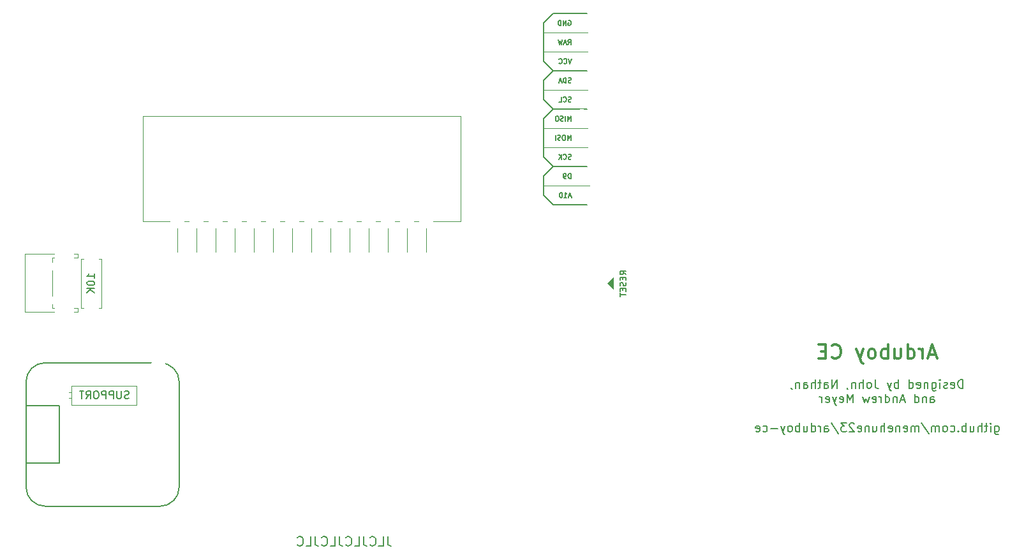
<source format=gbr>
G04 #@! TF.GenerationSoftware,KiCad,Pcbnew,(5.1.9-0-10_14)*
G04 #@! TF.CreationDate,2021-06-07T20:14:56-07:00*
G04 #@! TF.ProjectId,system,73797374-656d-42e6-9b69-6361645f7063,1.0-dev5*
G04 #@! TF.SameCoordinates,Original*
G04 #@! TF.FileFunction,Legend,Bot*
G04 #@! TF.FilePolarity,Positive*
%FSLAX46Y46*%
G04 Gerber Fmt 4.6, Leading zero omitted, Abs format (unit mm)*
G04 Created by KiCad (PCBNEW (5.1.9-0-10_14)) date 2021-06-07 20:14:56*
%MOMM*%
%LPD*%
G01*
G04 APERTURE LIST*
%ADD10C,0.200000*%
%ADD11C,0.317500*%
%ADD12C,0.190500*%
%ADD13C,0.150000*%
%ADD14C,0.100000*%
%ADD15C,0.120000*%
%ADD16C,0.127000*%
%ADD17O,1.801600X1.801600*%
%ADD18C,1.801600*%
%ADD19C,1.851600*%
%ADD20C,2.101600*%
%ADD21C,3.851600*%
%ADD22C,1.401600*%
%ADD23C,0.609600*%
%ADD24C,5.501599*%
%ADD25C,5.501600*%
%ADD26C,1.701600*%
%ADD27O,1.701600X1.701600*%
%ADD28C,1.625600*%
%ADD29C,2.201600*%
G04 APERTURE END LIST*
D10*
X151107238Y-151715476D02*
X151107238Y-152608333D01*
X151166761Y-152786904D01*
X151285809Y-152905952D01*
X151464380Y-152965476D01*
X151583428Y-152965476D01*
X149916761Y-152965476D02*
X150512000Y-152965476D01*
X150512000Y-151715476D01*
X148785809Y-152846428D02*
X148845333Y-152905952D01*
X149023904Y-152965476D01*
X149142952Y-152965476D01*
X149321523Y-152905952D01*
X149440571Y-152786904D01*
X149500095Y-152667857D01*
X149559619Y-152429761D01*
X149559619Y-152251190D01*
X149500095Y-152013095D01*
X149440571Y-151894047D01*
X149321523Y-151775000D01*
X149142952Y-151715476D01*
X149023904Y-151715476D01*
X148845333Y-151775000D01*
X148785809Y-151834523D01*
X147892952Y-151715476D02*
X147892952Y-152608333D01*
X147952476Y-152786904D01*
X148071523Y-152905952D01*
X148250095Y-152965476D01*
X148369142Y-152965476D01*
X146702476Y-152965476D02*
X147297714Y-152965476D01*
X147297714Y-151715476D01*
X145571523Y-152846428D02*
X145631047Y-152905952D01*
X145809619Y-152965476D01*
X145928666Y-152965476D01*
X146107238Y-152905952D01*
X146226285Y-152786904D01*
X146285809Y-152667857D01*
X146345333Y-152429761D01*
X146345333Y-152251190D01*
X146285809Y-152013095D01*
X146226285Y-151894047D01*
X146107238Y-151775000D01*
X145928666Y-151715476D01*
X145809619Y-151715476D01*
X145631047Y-151775000D01*
X145571523Y-151834523D01*
X144678666Y-151715476D02*
X144678666Y-152608333D01*
X144738190Y-152786904D01*
X144857238Y-152905952D01*
X145035809Y-152965476D01*
X145154857Y-152965476D01*
X143488190Y-152965476D02*
X144083428Y-152965476D01*
X144083428Y-151715476D01*
X142357238Y-152846428D02*
X142416761Y-152905952D01*
X142595333Y-152965476D01*
X142714380Y-152965476D01*
X142892952Y-152905952D01*
X143012000Y-152786904D01*
X143071523Y-152667857D01*
X143131047Y-152429761D01*
X143131047Y-152251190D01*
X143071523Y-152013095D01*
X143012000Y-151894047D01*
X142892952Y-151775000D01*
X142714380Y-151715476D01*
X142595333Y-151715476D01*
X142416761Y-151775000D01*
X142357238Y-151834523D01*
X141464380Y-151715476D02*
X141464380Y-152608333D01*
X141523904Y-152786904D01*
X141642952Y-152905952D01*
X141821523Y-152965476D01*
X141940571Y-152965476D01*
X140273904Y-152965476D02*
X140869142Y-152965476D01*
X140869142Y-151715476D01*
X139142952Y-152846428D02*
X139202476Y-152905952D01*
X139381047Y-152965476D01*
X139500095Y-152965476D01*
X139678666Y-152905952D01*
X139797714Y-152786904D01*
X139857238Y-152667857D01*
X139916761Y-152429761D01*
X139916761Y-152251190D01*
X139857238Y-152013095D01*
X139797714Y-151894047D01*
X139678666Y-151775000D01*
X139500095Y-151715476D01*
X139381047Y-151715476D01*
X139202476Y-151775000D01*
X139142952Y-151834523D01*
D11*
X223846571Y-127571500D02*
X222939428Y-127571500D01*
X224028000Y-128115785D02*
X223393000Y-126210785D01*
X222758000Y-128115785D01*
X222123000Y-128115785D02*
X222123000Y-126845785D01*
X222123000Y-127208642D02*
X222032285Y-127027214D01*
X221941571Y-126936500D01*
X221760142Y-126845785D01*
X221578714Y-126845785D01*
X220127285Y-128115785D02*
X220127285Y-126210785D01*
X220127285Y-128025071D02*
X220308714Y-128115785D01*
X220671571Y-128115785D01*
X220853000Y-128025071D01*
X220943714Y-127934357D01*
X221034428Y-127752928D01*
X221034428Y-127208642D01*
X220943714Y-127027214D01*
X220853000Y-126936500D01*
X220671571Y-126845785D01*
X220308714Y-126845785D01*
X220127285Y-126936500D01*
X218403714Y-126845785D02*
X218403714Y-128115785D01*
X219220142Y-126845785D02*
X219220142Y-127843642D01*
X219129428Y-128025071D01*
X218948000Y-128115785D01*
X218675857Y-128115785D01*
X218494428Y-128025071D01*
X218403714Y-127934357D01*
X217496571Y-128115785D02*
X217496571Y-126210785D01*
X217496571Y-126936500D02*
X217315142Y-126845785D01*
X216952285Y-126845785D01*
X216770857Y-126936500D01*
X216680142Y-127027214D01*
X216589428Y-127208642D01*
X216589428Y-127752928D01*
X216680142Y-127934357D01*
X216770857Y-128025071D01*
X216952285Y-128115785D01*
X217315142Y-128115785D01*
X217496571Y-128025071D01*
X215500857Y-128115785D02*
X215682285Y-128025071D01*
X215773000Y-127934357D01*
X215863714Y-127752928D01*
X215863714Y-127208642D01*
X215773000Y-127027214D01*
X215682285Y-126936500D01*
X215500857Y-126845785D01*
X215228714Y-126845785D01*
X215047285Y-126936500D01*
X214956571Y-127027214D01*
X214865857Y-127208642D01*
X214865857Y-127752928D01*
X214956571Y-127934357D01*
X215047285Y-128025071D01*
X215228714Y-128115785D01*
X215500857Y-128115785D01*
X214230857Y-126845785D02*
X213777285Y-128115785D01*
X213323714Y-126845785D02*
X213777285Y-128115785D01*
X213958714Y-128569357D01*
X214049428Y-128660071D01*
X214230857Y-128750785D01*
X210058000Y-127934357D02*
X210148714Y-128025071D01*
X210420857Y-128115785D01*
X210602285Y-128115785D01*
X210874428Y-128025071D01*
X211055857Y-127843642D01*
X211146571Y-127662214D01*
X211237285Y-127299357D01*
X211237285Y-127027214D01*
X211146571Y-126664357D01*
X211055857Y-126482928D01*
X210874428Y-126301500D01*
X210602285Y-126210785D01*
X210420857Y-126210785D01*
X210148714Y-126301500D01*
X210058000Y-126392214D01*
X209241571Y-127117928D02*
X208606571Y-127117928D01*
X208334428Y-128115785D02*
X209241571Y-128115785D01*
X209241571Y-126210785D01*
X208334428Y-126210785D01*
D12*
X227438857Y-132025571D02*
X227438857Y-130882571D01*
X227166714Y-130882571D01*
X227003428Y-130937000D01*
X226894571Y-131045857D01*
X226840142Y-131154714D01*
X226785714Y-131372428D01*
X226785714Y-131535714D01*
X226840142Y-131753428D01*
X226894571Y-131862285D01*
X227003428Y-131971142D01*
X227166714Y-132025571D01*
X227438857Y-132025571D01*
X225860428Y-131971142D02*
X225969285Y-132025571D01*
X226187000Y-132025571D01*
X226295857Y-131971142D01*
X226350285Y-131862285D01*
X226350285Y-131426857D01*
X226295857Y-131318000D01*
X226187000Y-131263571D01*
X225969285Y-131263571D01*
X225860428Y-131318000D01*
X225806000Y-131426857D01*
X225806000Y-131535714D01*
X226350285Y-131644571D01*
X225370571Y-131971142D02*
X225261714Y-132025571D01*
X225044000Y-132025571D01*
X224935142Y-131971142D01*
X224880714Y-131862285D01*
X224880714Y-131807857D01*
X224935142Y-131699000D01*
X225044000Y-131644571D01*
X225207285Y-131644571D01*
X225316142Y-131590142D01*
X225370571Y-131481285D01*
X225370571Y-131426857D01*
X225316142Y-131318000D01*
X225207285Y-131263571D01*
X225044000Y-131263571D01*
X224935142Y-131318000D01*
X224390857Y-132025571D02*
X224390857Y-131263571D01*
X224390857Y-130882571D02*
X224445285Y-130937000D01*
X224390857Y-130991428D01*
X224336428Y-130937000D01*
X224390857Y-130882571D01*
X224390857Y-130991428D01*
X223356714Y-131263571D02*
X223356714Y-132188857D01*
X223411142Y-132297714D01*
X223465571Y-132352142D01*
X223574428Y-132406571D01*
X223737714Y-132406571D01*
X223846571Y-132352142D01*
X223356714Y-131971142D02*
X223465571Y-132025571D01*
X223683285Y-132025571D01*
X223792142Y-131971142D01*
X223846571Y-131916714D01*
X223901000Y-131807857D01*
X223901000Y-131481285D01*
X223846571Y-131372428D01*
X223792142Y-131318000D01*
X223683285Y-131263571D01*
X223465571Y-131263571D01*
X223356714Y-131318000D01*
X222812428Y-131263571D02*
X222812428Y-132025571D01*
X222812428Y-131372428D02*
X222758000Y-131318000D01*
X222649142Y-131263571D01*
X222485857Y-131263571D01*
X222377000Y-131318000D01*
X222322571Y-131426857D01*
X222322571Y-132025571D01*
X221342857Y-131971142D02*
X221451714Y-132025571D01*
X221669428Y-132025571D01*
X221778285Y-131971142D01*
X221832714Y-131862285D01*
X221832714Y-131426857D01*
X221778285Y-131318000D01*
X221669428Y-131263571D01*
X221451714Y-131263571D01*
X221342857Y-131318000D01*
X221288428Y-131426857D01*
X221288428Y-131535714D01*
X221832714Y-131644571D01*
X220308714Y-132025571D02*
X220308714Y-130882571D01*
X220308714Y-131971142D02*
X220417571Y-132025571D01*
X220635285Y-132025571D01*
X220744142Y-131971142D01*
X220798571Y-131916714D01*
X220853000Y-131807857D01*
X220853000Y-131481285D01*
X220798571Y-131372428D01*
X220744142Y-131318000D01*
X220635285Y-131263571D01*
X220417571Y-131263571D01*
X220308714Y-131318000D01*
X218893571Y-132025571D02*
X218893571Y-130882571D01*
X218893571Y-131318000D02*
X218784714Y-131263571D01*
X218567000Y-131263571D01*
X218458142Y-131318000D01*
X218403714Y-131372428D01*
X218349285Y-131481285D01*
X218349285Y-131807857D01*
X218403714Y-131916714D01*
X218458142Y-131971142D01*
X218567000Y-132025571D01*
X218784714Y-132025571D01*
X218893571Y-131971142D01*
X217968285Y-131263571D02*
X217696142Y-132025571D01*
X217424000Y-131263571D02*
X217696142Y-132025571D01*
X217805000Y-132297714D01*
X217859428Y-132352142D01*
X217968285Y-132406571D01*
X215791142Y-130882571D02*
X215791142Y-131699000D01*
X215845571Y-131862285D01*
X215954428Y-131971142D01*
X216117714Y-132025571D01*
X216226571Y-132025571D01*
X215083571Y-132025571D02*
X215192428Y-131971142D01*
X215246857Y-131916714D01*
X215301285Y-131807857D01*
X215301285Y-131481285D01*
X215246857Y-131372428D01*
X215192428Y-131318000D01*
X215083571Y-131263571D01*
X214920285Y-131263571D01*
X214811428Y-131318000D01*
X214757000Y-131372428D01*
X214702571Y-131481285D01*
X214702571Y-131807857D01*
X214757000Y-131916714D01*
X214811428Y-131971142D01*
X214920285Y-132025571D01*
X215083571Y-132025571D01*
X214212714Y-132025571D02*
X214212714Y-130882571D01*
X213722857Y-132025571D02*
X213722857Y-131426857D01*
X213777285Y-131318000D01*
X213886142Y-131263571D01*
X214049428Y-131263571D01*
X214158285Y-131318000D01*
X214212714Y-131372428D01*
X213178571Y-131263571D02*
X213178571Y-132025571D01*
X213178571Y-131372428D02*
X213124142Y-131318000D01*
X213015285Y-131263571D01*
X212852000Y-131263571D01*
X212743142Y-131318000D01*
X212688714Y-131426857D01*
X212688714Y-132025571D01*
X212090000Y-131971142D02*
X212090000Y-132025571D01*
X212144428Y-132134428D01*
X212198857Y-132188857D01*
X210729285Y-132025571D02*
X210729285Y-130882571D01*
X210076142Y-132025571D01*
X210076142Y-130882571D01*
X209042000Y-132025571D02*
X209042000Y-131426857D01*
X209096428Y-131318000D01*
X209205285Y-131263571D01*
X209423000Y-131263571D01*
X209531857Y-131318000D01*
X209042000Y-131971142D02*
X209150857Y-132025571D01*
X209423000Y-132025571D01*
X209531857Y-131971142D01*
X209586285Y-131862285D01*
X209586285Y-131753428D01*
X209531857Y-131644571D01*
X209423000Y-131590142D01*
X209150857Y-131590142D01*
X209042000Y-131535714D01*
X208661000Y-131263571D02*
X208225571Y-131263571D01*
X208497714Y-130882571D02*
X208497714Y-131862285D01*
X208443285Y-131971142D01*
X208334428Y-132025571D01*
X208225571Y-132025571D01*
X207844571Y-132025571D02*
X207844571Y-130882571D01*
X207354714Y-132025571D02*
X207354714Y-131426857D01*
X207409142Y-131318000D01*
X207518000Y-131263571D01*
X207681285Y-131263571D01*
X207790142Y-131318000D01*
X207844571Y-131372428D01*
X206320571Y-132025571D02*
X206320571Y-131426857D01*
X206375000Y-131318000D01*
X206483857Y-131263571D01*
X206701571Y-131263571D01*
X206810428Y-131318000D01*
X206320571Y-131971142D02*
X206429428Y-132025571D01*
X206701571Y-132025571D01*
X206810428Y-131971142D01*
X206864857Y-131862285D01*
X206864857Y-131753428D01*
X206810428Y-131644571D01*
X206701571Y-131590142D01*
X206429428Y-131590142D01*
X206320571Y-131535714D01*
X205776285Y-131263571D02*
X205776285Y-132025571D01*
X205776285Y-131372428D02*
X205721857Y-131318000D01*
X205613000Y-131263571D01*
X205449714Y-131263571D01*
X205340857Y-131318000D01*
X205286428Y-131426857D01*
X205286428Y-132025571D01*
X204687714Y-131971142D02*
X204687714Y-132025571D01*
X204742142Y-132134428D01*
X204796571Y-132188857D01*
X223139000Y-133930571D02*
X223139000Y-133331857D01*
X223193428Y-133223000D01*
X223302285Y-133168571D01*
X223520000Y-133168571D01*
X223628857Y-133223000D01*
X223139000Y-133876142D02*
X223247857Y-133930571D01*
X223520000Y-133930571D01*
X223628857Y-133876142D01*
X223683285Y-133767285D01*
X223683285Y-133658428D01*
X223628857Y-133549571D01*
X223520000Y-133495142D01*
X223247857Y-133495142D01*
X223139000Y-133440714D01*
X222594714Y-133168571D02*
X222594714Y-133930571D01*
X222594714Y-133277428D02*
X222540285Y-133223000D01*
X222431428Y-133168571D01*
X222268142Y-133168571D01*
X222159285Y-133223000D01*
X222104857Y-133331857D01*
X222104857Y-133930571D01*
X221070714Y-133930571D02*
X221070714Y-132787571D01*
X221070714Y-133876142D02*
X221179571Y-133930571D01*
X221397285Y-133930571D01*
X221506142Y-133876142D01*
X221560571Y-133821714D01*
X221615000Y-133712857D01*
X221615000Y-133386285D01*
X221560571Y-133277428D01*
X221506142Y-133223000D01*
X221397285Y-133168571D01*
X221179571Y-133168571D01*
X221070714Y-133223000D01*
X219710000Y-133604000D02*
X219165714Y-133604000D01*
X219818857Y-133930571D02*
X219437857Y-132787571D01*
X219056857Y-133930571D01*
X218675857Y-133168571D02*
X218675857Y-133930571D01*
X218675857Y-133277428D02*
X218621428Y-133223000D01*
X218512571Y-133168571D01*
X218349285Y-133168571D01*
X218240428Y-133223000D01*
X218186000Y-133331857D01*
X218186000Y-133930571D01*
X217151857Y-133930571D02*
X217151857Y-132787571D01*
X217151857Y-133876142D02*
X217260714Y-133930571D01*
X217478428Y-133930571D01*
X217587285Y-133876142D01*
X217641714Y-133821714D01*
X217696142Y-133712857D01*
X217696142Y-133386285D01*
X217641714Y-133277428D01*
X217587285Y-133223000D01*
X217478428Y-133168571D01*
X217260714Y-133168571D01*
X217151857Y-133223000D01*
X216607571Y-133930571D02*
X216607571Y-133168571D01*
X216607571Y-133386285D02*
X216553142Y-133277428D01*
X216498714Y-133223000D01*
X216389857Y-133168571D01*
X216281000Y-133168571D01*
X215464571Y-133876142D02*
X215573428Y-133930571D01*
X215791142Y-133930571D01*
X215900000Y-133876142D01*
X215954428Y-133767285D01*
X215954428Y-133331857D01*
X215900000Y-133223000D01*
X215791142Y-133168571D01*
X215573428Y-133168571D01*
X215464571Y-133223000D01*
X215410142Y-133331857D01*
X215410142Y-133440714D01*
X215954428Y-133549571D01*
X215029142Y-133168571D02*
X214811428Y-133930571D01*
X214593714Y-133386285D01*
X214376000Y-133930571D01*
X214158285Y-133168571D01*
X212852000Y-133930571D02*
X212852000Y-132787571D01*
X212471000Y-133604000D01*
X212090000Y-132787571D01*
X212090000Y-133930571D01*
X211110285Y-133876142D02*
X211219142Y-133930571D01*
X211436857Y-133930571D01*
X211545714Y-133876142D01*
X211600142Y-133767285D01*
X211600142Y-133331857D01*
X211545714Y-133223000D01*
X211436857Y-133168571D01*
X211219142Y-133168571D01*
X211110285Y-133223000D01*
X211055857Y-133331857D01*
X211055857Y-133440714D01*
X211600142Y-133549571D01*
X210674857Y-133168571D02*
X210402714Y-133930571D01*
X210130571Y-133168571D02*
X210402714Y-133930571D01*
X210511571Y-134202714D01*
X210566000Y-134257142D01*
X210674857Y-134311571D01*
X209259714Y-133876142D02*
X209368571Y-133930571D01*
X209586285Y-133930571D01*
X209695142Y-133876142D01*
X209749571Y-133767285D01*
X209749571Y-133331857D01*
X209695142Y-133223000D01*
X209586285Y-133168571D01*
X209368571Y-133168571D01*
X209259714Y-133223000D01*
X209205285Y-133331857D01*
X209205285Y-133440714D01*
X209749571Y-133549571D01*
X208715428Y-133930571D02*
X208715428Y-133168571D01*
X208715428Y-133386285D02*
X208661000Y-133277428D01*
X208606571Y-133223000D01*
X208497714Y-133168571D01*
X208388857Y-133168571D01*
X231684285Y-137042071D02*
X231684285Y-137967357D01*
X231738714Y-138076214D01*
X231793142Y-138130642D01*
X231902000Y-138185071D01*
X232065285Y-138185071D01*
X232174142Y-138130642D01*
X231684285Y-137749642D02*
X231793142Y-137804071D01*
X232010857Y-137804071D01*
X232119714Y-137749642D01*
X232174142Y-137695214D01*
X232228571Y-137586357D01*
X232228571Y-137259785D01*
X232174142Y-137150928D01*
X232119714Y-137096500D01*
X232010857Y-137042071D01*
X231793142Y-137042071D01*
X231684285Y-137096500D01*
X231140000Y-137804071D02*
X231140000Y-137042071D01*
X231140000Y-136661071D02*
X231194428Y-136715500D01*
X231140000Y-136769928D01*
X231085571Y-136715500D01*
X231140000Y-136661071D01*
X231140000Y-136769928D01*
X230759000Y-137042071D02*
X230323571Y-137042071D01*
X230595714Y-136661071D02*
X230595714Y-137640785D01*
X230541285Y-137749642D01*
X230432428Y-137804071D01*
X230323571Y-137804071D01*
X229942571Y-137804071D02*
X229942571Y-136661071D01*
X229452714Y-137804071D02*
X229452714Y-137205357D01*
X229507142Y-137096500D01*
X229616000Y-137042071D01*
X229779285Y-137042071D01*
X229888142Y-137096500D01*
X229942571Y-137150928D01*
X228418571Y-137042071D02*
X228418571Y-137804071D01*
X228908428Y-137042071D02*
X228908428Y-137640785D01*
X228854000Y-137749642D01*
X228745142Y-137804071D01*
X228581857Y-137804071D01*
X228473000Y-137749642D01*
X228418571Y-137695214D01*
X227874285Y-137804071D02*
X227874285Y-136661071D01*
X227874285Y-137096500D02*
X227765428Y-137042071D01*
X227547714Y-137042071D01*
X227438857Y-137096500D01*
X227384428Y-137150928D01*
X227330000Y-137259785D01*
X227330000Y-137586357D01*
X227384428Y-137695214D01*
X227438857Y-137749642D01*
X227547714Y-137804071D01*
X227765428Y-137804071D01*
X227874285Y-137749642D01*
X226840142Y-137695214D02*
X226785714Y-137749642D01*
X226840142Y-137804071D01*
X226894571Y-137749642D01*
X226840142Y-137695214D01*
X226840142Y-137804071D01*
X225806000Y-137749642D02*
X225914857Y-137804071D01*
X226132571Y-137804071D01*
X226241428Y-137749642D01*
X226295857Y-137695214D01*
X226350285Y-137586357D01*
X226350285Y-137259785D01*
X226295857Y-137150928D01*
X226241428Y-137096500D01*
X226132571Y-137042071D01*
X225914857Y-137042071D01*
X225806000Y-137096500D01*
X225152857Y-137804071D02*
X225261714Y-137749642D01*
X225316142Y-137695214D01*
X225370571Y-137586357D01*
X225370571Y-137259785D01*
X225316142Y-137150928D01*
X225261714Y-137096500D01*
X225152857Y-137042071D01*
X224989571Y-137042071D01*
X224880714Y-137096500D01*
X224826285Y-137150928D01*
X224771857Y-137259785D01*
X224771857Y-137586357D01*
X224826285Y-137695214D01*
X224880714Y-137749642D01*
X224989571Y-137804071D01*
X225152857Y-137804071D01*
X224281999Y-137804071D02*
X224281999Y-137042071D01*
X224281999Y-137150928D02*
X224227571Y-137096500D01*
X224118714Y-137042071D01*
X223955428Y-137042071D01*
X223846571Y-137096500D01*
X223792142Y-137205357D01*
X223792142Y-137804071D01*
X223792142Y-137205357D02*
X223737714Y-137096500D01*
X223628857Y-137042071D01*
X223465571Y-137042071D01*
X223356714Y-137096500D01*
X223302285Y-137205357D01*
X223302285Y-137804071D01*
X221941571Y-136606642D02*
X222921285Y-138076214D01*
X221560571Y-137804071D02*
X221560571Y-137042071D01*
X221560571Y-137150928D02*
X221506142Y-137096500D01*
X221397285Y-137042071D01*
X221233999Y-137042071D01*
X221125142Y-137096500D01*
X221070714Y-137205357D01*
X221070714Y-137804071D01*
X221070714Y-137205357D02*
X221016285Y-137096500D01*
X220907428Y-137042071D01*
X220744142Y-137042071D01*
X220635285Y-137096500D01*
X220580857Y-137205357D01*
X220580857Y-137804071D01*
X219601142Y-137749642D02*
X219709999Y-137804071D01*
X219927714Y-137804071D01*
X220036571Y-137749642D01*
X220090999Y-137640785D01*
X220090999Y-137205357D01*
X220036571Y-137096500D01*
X219927714Y-137042071D01*
X219709999Y-137042071D01*
X219601142Y-137096500D01*
X219546714Y-137205357D01*
X219546714Y-137314214D01*
X220090999Y-137423071D01*
X219056857Y-137042071D02*
X219056857Y-137804071D01*
X219056857Y-137150928D02*
X219002428Y-137096500D01*
X218893571Y-137042071D01*
X218730285Y-137042071D01*
X218621428Y-137096500D01*
X218566999Y-137205357D01*
X218566999Y-137804071D01*
X217587285Y-137749642D02*
X217696142Y-137804071D01*
X217913857Y-137804071D01*
X218022714Y-137749642D01*
X218077142Y-137640785D01*
X218077142Y-137205357D01*
X218022714Y-137096500D01*
X217913857Y-137042071D01*
X217696142Y-137042071D01*
X217587285Y-137096500D01*
X217532857Y-137205357D01*
X217532857Y-137314214D01*
X218077142Y-137423071D01*
X217042999Y-137804071D02*
X217042999Y-136661071D01*
X216553142Y-137804071D02*
X216553142Y-137205357D01*
X216607571Y-137096500D01*
X216716428Y-137042071D01*
X216879714Y-137042071D01*
X216988571Y-137096500D01*
X217042999Y-137150928D01*
X215518999Y-137042071D02*
X215518999Y-137804071D01*
X216008857Y-137042071D02*
X216008857Y-137640785D01*
X215954428Y-137749642D01*
X215845571Y-137804071D01*
X215682285Y-137804071D01*
X215573428Y-137749642D01*
X215518999Y-137695214D01*
X214974714Y-137042071D02*
X214974714Y-137804071D01*
X214974714Y-137150928D02*
X214920285Y-137096500D01*
X214811428Y-137042071D01*
X214648142Y-137042071D01*
X214539285Y-137096500D01*
X214484857Y-137205357D01*
X214484857Y-137804071D01*
X213505142Y-137749642D02*
X213613999Y-137804071D01*
X213831714Y-137804071D01*
X213940571Y-137749642D01*
X213994999Y-137640785D01*
X213994999Y-137205357D01*
X213940571Y-137096500D01*
X213831714Y-137042071D01*
X213613999Y-137042071D01*
X213505142Y-137096500D01*
X213450714Y-137205357D01*
X213450714Y-137314214D01*
X213994999Y-137423071D01*
X213015285Y-136769928D02*
X212960857Y-136715500D01*
X212851999Y-136661071D01*
X212579857Y-136661071D01*
X212470999Y-136715500D01*
X212416571Y-136769928D01*
X212362142Y-136878785D01*
X212362142Y-136987642D01*
X212416571Y-137150928D01*
X213069714Y-137804071D01*
X212362142Y-137804071D01*
X211981142Y-136661071D02*
X211273571Y-136661071D01*
X211654571Y-137096500D01*
X211491285Y-137096500D01*
X211382428Y-137150928D01*
X211327999Y-137205357D01*
X211273571Y-137314214D01*
X211273571Y-137586357D01*
X211327999Y-137695214D01*
X211382428Y-137749642D01*
X211491285Y-137804071D01*
X211817857Y-137804071D01*
X211926714Y-137749642D01*
X211981142Y-137695214D01*
X209967285Y-136606642D02*
X210946999Y-138076214D01*
X209096428Y-137804071D02*
X209096428Y-137205357D01*
X209150857Y-137096500D01*
X209259714Y-137042071D01*
X209477428Y-137042071D01*
X209586285Y-137096500D01*
X209096428Y-137749642D02*
X209205285Y-137804071D01*
X209477428Y-137804071D01*
X209586285Y-137749642D01*
X209640714Y-137640785D01*
X209640714Y-137531928D01*
X209586285Y-137423071D01*
X209477428Y-137368642D01*
X209205285Y-137368642D01*
X209096428Y-137314214D01*
X208552142Y-137804071D02*
X208552142Y-137042071D01*
X208552142Y-137259785D02*
X208497714Y-137150928D01*
X208443285Y-137096500D01*
X208334428Y-137042071D01*
X208225571Y-137042071D01*
X207354714Y-137804071D02*
X207354714Y-136661071D01*
X207354714Y-137749642D02*
X207463571Y-137804071D01*
X207681285Y-137804071D01*
X207790142Y-137749642D01*
X207844571Y-137695214D01*
X207898999Y-137586357D01*
X207898999Y-137259785D01*
X207844571Y-137150928D01*
X207790142Y-137096500D01*
X207681285Y-137042071D01*
X207463571Y-137042071D01*
X207354714Y-137096500D01*
X206320571Y-137042071D02*
X206320571Y-137804071D01*
X206810428Y-137042071D02*
X206810428Y-137640785D01*
X206755999Y-137749642D01*
X206647142Y-137804071D01*
X206483857Y-137804071D01*
X206374999Y-137749642D01*
X206320571Y-137695214D01*
X205776285Y-137804071D02*
X205776285Y-136661071D01*
X205776285Y-137096500D02*
X205667428Y-137042071D01*
X205449714Y-137042071D01*
X205340857Y-137096500D01*
X205286428Y-137150928D01*
X205231999Y-137259785D01*
X205231999Y-137586357D01*
X205286428Y-137695214D01*
X205340857Y-137749642D01*
X205449714Y-137804071D01*
X205667428Y-137804071D01*
X205776285Y-137749642D01*
X204578857Y-137804071D02*
X204687714Y-137749642D01*
X204742142Y-137695214D01*
X204796571Y-137586357D01*
X204796571Y-137259785D01*
X204742142Y-137150928D01*
X204687714Y-137096500D01*
X204578857Y-137042071D01*
X204415571Y-137042071D01*
X204306714Y-137096500D01*
X204252285Y-137150928D01*
X204197857Y-137259785D01*
X204197857Y-137586357D01*
X204252285Y-137695214D01*
X204306714Y-137749642D01*
X204415571Y-137804071D01*
X204578857Y-137804071D01*
X203816857Y-137042071D02*
X203544714Y-137804071D01*
X203272571Y-137042071D02*
X203544714Y-137804071D01*
X203653571Y-138076214D01*
X203707999Y-138130642D01*
X203816857Y-138185071D01*
X202837142Y-137368642D02*
X201966285Y-137368642D01*
X200932142Y-137749642D02*
X201040999Y-137804071D01*
X201258714Y-137804071D01*
X201367571Y-137749642D01*
X201421999Y-137695214D01*
X201476428Y-137586357D01*
X201476428Y-137259785D01*
X201421999Y-137150928D01*
X201367571Y-137096500D01*
X201258714Y-137042071D01*
X201040999Y-137042071D01*
X200932142Y-137096500D01*
X200006857Y-137749642D02*
X200115714Y-137804071D01*
X200333428Y-137804071D01*
X200442285Y-137749642D01*
X200496714Y-137640785D01*
X200496714Y-137205357D01*
X200442285Y-137096500D01*
X200333428Y-137042071D01*
X200115714Y-137042071D01*
X200006857Y-137096500D01*
X199952428Y-137205357D01*
X199952428Y-137314214D01*
X200496714Y-137423071D01*
D13*
X182733904Y-116948095D02*
X182352952Y-116681428D01*
X182733904Y-116490952D02*
X181933904Y-116490952D01*
X181933904Y-116795714D01*
X181972000Y-116871904D01*
X182010095Y-116910000D01*
X182086285Y-116948095D01*
X182200571Y-116948095D01*
X182276761Y-116910000D01*
X182314857Y-116871904D01*
X182352952Y-116795714D01*
X182352952Y-116490952D01*
X182314857Y-117290952D02*
X182314857Y-117557619D01*
X182733904Y-117671904D02*
X182733904Y-117290952D01*
X181933904Y-117290952D01*
X181933904Y-117671904D01*
X182695809Y-117976666D02*
X182733904Y-118090952D01*
X182733904Y-118281428D01*
X182695809Y-118357619D01*
X182657714Y-118395714D01*
X182581523Y-118433809D01*
X182505333Y-118433809D01*
X182429142Y-118395714D01*
X182391047Y-118357619D01*
X182352952Y-118281428D01*
X182314857Y-118129047D01*
X182276761Y-118052857D01*
X182238666Y-118014761D01*
X182162476Y-117976666D01*
X182086285Y-117976666D01*
X182010095Y-118014761D01*
X181972000Y-118052857D01*
X181933904Y-118129047D01*
X181933904Y-118319523D01*
X181972000Y-118433809D01*
X182314857Y-118776666D02*
X182314857Y-119043333D01*
X182733904Y-119157619D02*
X182733904Y-118776666D01*
X181933904Y-118776666D01*
X181933904Y-119157619D01*
X181933904Y-119386190D02*
X181933904Y-119843333D01*
X182733904Y-119614761D02*
X181933904Y-119614761D01*
D14*
G36*
X181038500Y-118872000D02*
G01*
X180276500Y-118110000D01*
X181038500Y-117348000D01*
X181038500Y-118872000D01*
G37*
X181038500Y-118872000D02*
X180276500Y-118110000D01*
X181038500Y-117348000D01*
X181038500Y-118872000D01*
D13*
X173101000Y-82296000D02*
X177546000Y-82296000D01*
X171831000Y-88646000D02*
X171831000Y-83566000D01*
X173101000Y-82296000D02*
X171831000Y-83566000D01*
X173101000Y-107696000D02*
X171831000Y-106426000D01*
X173101000Y-102616000D02*
X171831000Y-103886000D01*
X173101000Y-102616000D02*
X177546000Y-102616000D01*
D14*
X171831000Y-87376000D02*
X177673000Y-87376000D01*
X171831000Y-92456000D02*
X177673000Y-92456000D01*
X171831000Y-97536000D02*
X177673000Y-97536000D01*
X171831000Y-100076000D02*
X177673000Y-100076000D01*
X171831000Y-105156000D02*
X177927000Y-105156000D01*
D13*
X173101000Y-89916000D02*
X171831000Y-88646000D01*
X173101000Y-89916000D02*
X171831000Y-91186000D01*
X171831000Y-93726000D02*
X171831000Y-91186000D01*
X173101000Y-89916000D02*
X177546000Y-89916000D01*
X173101000Y-94996000D02*
X171831000Y-93726000D01*
X173101000Y-94996000D02*
X177546000Y-94996000D01*
X173101000Y-94996000D02*
X171831000Y-96266000D01*
X173101000Y-102616000D02*
X171831000Y-101346000D01*
X171831000Y-101346000D02*
X171831000Y-96266000D01*
X171831000Y-106426000D02*
X171831000Y-103886000D01*
X173101000Y-107696000D02*
X177546000Y-107696000D01*
D14*
X171831000Y-84836000D02*
X177673000Y-84836000D01*
D15*
X117786000Y-134239000D02*
X117786000Y-131699000D01*
X109156000Y-134239000D02*
X109150000Y-131699000D01*
X117786000Y-131699000D02*
X109156000Y-131699000D01*
X109156000Y-132609000D02*
X108806000Y-132609000D01*
X109156000Y-133329000D02*
X108806000Y-133329000D01*
X117786000Y-134239000D02*
X109156000Y-134239000D01*
X160780000Y-109920000D02*
X160780000Y-95920000D01*
X160780000Y-109920000D02*
X118620000Y-109920000D01*
X156210000Y-115000000D02*
X156210000Y-109920000D01*
X153670000Y-115000000D02*
X153670000Y-109920000D01*
X151130000Y-115000000D02*
X151130000Y-109920000D01*
X148590000Y-115000000D02*
X148590000Y-109920000D01*
X146050000Y-115000000D02*
X146050000Y-109920000D01*
X143510000Y-115000000D02*
X143510000Y-109920000D01*
X140970000Y-115000000D02*
X140970000Y-109920000D01*
X138430000Y-115000000D02*
X138430000Y-109920000D01*
X135890000Y-115000000D02*
X135890000Y-109920000D01*
X133350000Y-115000000D02*
X133350000Y-109920000D01*
X130810000Y-115000000D02*
X130810000Y-109920000D01*
X128270000Y-115000000D02*
X128270000Y-109920000D01*
X125730000Y-115000000D02*
X125730000Y-109920000D01*
X123190000Y-115000000D02*
X123190000Y-109920000D01*
X118620000Y-109920000D02*
X118620000Y-95920000D01*
X160780000Y-95920000D02*
X118620000Y-95920000D01*
X110720000Y-114840000D02*
X110390000Y-114840000D01*
X110390000Y-114840000D02*
X110390000Y-121380000D01*
X110390000Y-121380000D02*
X110720000Y-121380000D01*
X112800000Y-114840000D02*
X113130000Y-114840000D01*
X113130000Y-114840000D02*
X113130000Y-121380000D01*
X113130000Y-121380000D02*
X112800000Y-121380000D01*
X106634000Y-114734000D02*
X106864000Y-114734000D01*
X102964000Y-114214000D02*
X102964000Y-121934000D01*
X102964000Y-121934000D02*
X106864000Y-121934000D01*
X109974000Y-114214000D02*
X109974000Y-114734000D01*
X102964000Y-114214000D02*
X106864000Y-114214000D01*
X106634000Y-121414000D02*
X106864000Y-121414000D01*
X109464000Y-114734000D02*
X109974000Y-114734000D01*
X109464000Y-114214000D02*
X109974000Y-114214000D01*
X106634000Y-120874000D02*
X106634000Y-121414000D01*
X109464000Y-121414000D02*
X109974000Y-121414000D01*
X109974000Y-121414000D02*
X109974000Y-121934000D01*
X109464000Y-121934000D02*
X109974000Y-121934000D01*
X106634000Y-114734000D02*
X106634000Y-115274000D01*
X106634000Y-116374000D02*
X106634000Y-119774000D01*
D13*
X123444000Y-145161000D02*
X123444000Y-131191000D01*
X103124000Y-145161000D02*
X103124000Y-131191000D01*
X120904000Y-128651000D02*
X105664000Y-128651000D01*
X120904000Y-147701000D02*
X105664000Y-147701000D01*
X103124000Y-141986000D02*
X107569000Y-141986000D01*
X107569000Y-141986000D02*
X107569000Y-134366000D01*
X107569000Y-134366000D02*
X103124000Y-134366000D01*
X120904000Y-147701000D02*
G75*
G03*
X123444000Y-145161000I0J2540000D01*
G01*
X103124000Y-145161000D02*
G75*
G03*
X105664000Y-147701000I2540000J0D01*
G01*
X105664000Y-128651000D02*
G75*
G03*
X103124000Y-131191000I0J-2540000D01*
G01*
X123444000Y-131191000D02*
G75*
G03*
X120904000Y-128651000I-2540000J0D01*
G01*
D16*
X175044402Y-86393261D02*
X175256069Y-86090880D01*
X175407259Y-86393261D02*
X175407259Y-85758261D01*
X175165354Y-85758261D01*
X175104878Y-85788500D01*
X175074640Y-85818738D01*
X175044402Y-85879214D01*
X175044402Y-85969928D01*
X175074640Y-86030404D01*
X175104878Y-86060642D01*
X175165354Y-86090880D01*
X175407259Y-86090880D01*
X174802497Y-86211833D02*
X174500116Y-86211833D01*
X174862973Y-86393261D02*
X174651307Y-85758261D01*
X174439640Y-86393261D01*
X174288450Y-85758261D02*
X174137259Y-86393261D01*
X174016307Y-85939690D01*
X173895354Y-86393261D01*
X173744164Y-85758261D01*
X175437497Y-106531833D02*
X175135116Y-106531833D01*
X175497973Y-106713261D02*
X175286307Y-106078261D01*
X175074640Y-106713261D01*
X174530354Y-106713261D02*
X174893211Y-106713261D01*
X174711783Y-106713261D02*
X174711783Y-106078261D01*
X174772259Y-106168976D01*
X174832735Y-106229452D01*
X174893211Y-106259690D01*
X174137259Y-106078261D02*
X174076783Y-106078261D01*
X174016307Y-106108500D01*
X173986069Y-106138738D01*
X173955830Y-106199214D01*
X173925592Y-106320166D01*
X173925592Y-106471357D01*
X173955830Y-106592309D01*
X173986069Y-106652785D01*
X174016307Y-106683023D01*
X174076783Y-106713261D01*
X174137259Y-106713261D01*
X174197735Y-106683023D01*
X174227973Y-106652785D01*
X174258211Y-106592309D01*
X174288450Y-106471357D01*
X174288450Y-106320166D01*
X174258211Y-106199214D01*
X174227973Y-106138738D01*
X174197735Y-106108500D01*
X174137259Y-106078261D01*
X175407259Y-104173261D02*
X175407259Y-103538261D01*
X175256069Y-103538261D01*
X175165354Y-103568500D01*
X175104878Y-103628976D01*
X175074640Y-103689452D01*
X175044402Y-103810404D01*
X175044402Y-103901119D01*
X175074640Y-104022071D01*
X175104878Y-104082547D01*
X175165354Y-104143023D01*
X175256069Y-104173261D01*
X175407259Y-104173261D01*
X174742021Y-104173261D02*
X174621069Y-104173261D01*
X174560592Y-104143023D01*
X174530354Y-104112785D01*
X174469878Y-104022071D01*
X174439640Y-103901119D01*
X174439640Y-103659214D01*
X174469878Y-103598738D01*
X174500116Y-103568500D01*
X174560592Y-103538261D01*
X174681545Y-103538261D01*
X174742021Y-103568500D01*
X174772259Y-103598738D01*
X174802497Y-103659214D01*
X174802497Y-103810404D01*
X174772259Y-103870880D01*
X174742021Y-103901119D01*
X174681545Y-103931357D01*
X174560592Y-103931357D01*
X174500116Y-103901119D01*
X174469878Y-103870880D01*
X174439640Y-103810404D01*
X175437497Y-93983023D02*
X175346783Y-94013261D01*
X175195592Y-94013261D01*
X175135116Y-93983023D01*
X175104878Y-93952785D01*
X175074640Y-93892309D01*
X175074640Y-93831833D01*
X175104878Y-93771357D01*
X175135116Y-93741119D01*
X175195592Y-93710880D01*
X175316545Y-93680642D01*
X175377021Y-93650404D01*
X175407259Y-93620166D01*
X175437497Y-93559690D01*
X175437497Y-93499214D01*
X175407259Y-93438738D01*
X175377021Y-93408500D01*
X175316545Y-93378261D01*
X175165354Y-93378261D01*
X175074640Y-93408500D01*
X174439640Y-93952785D02*
X174469878Y-93983023D01*
X174560592Y-94013261D01*
X174621069Y-94013261D01*
X174711783Y-93983023D01*
X174772259Y-93922547D01*
X174802497Y-93862071D01*
X174832735Y-93741119D01*
X174832735Y-93650404D01*
X174802497Y-93529452D01*
X174772259Y-93468976D01*
X174711783Y-93408500D01*
X174621069Y-93378261D01*
X174560592Y-93378261D01*
X174469878Y-93408500D01*
X174439640Y-93438738D01*
X173865116Y-94013261D02*
X174167497Y-94013261D01*
X174167497Y-93378261D01*
X175407259Y-96553261D02*
X175407259Y-95918261D01*
X175195592Y-96371833D01*
X174983926Y-95918261D01*
X174983926Y-96553261D01*
X174681545Y-96553261D02*
X174681545Y-95918261D01*
X174409402Y-96523023D02*
X174318688Y-96553261D01*
X174167497Y-96553261D01*
X174107021Y-96523023D01*
X174076783Y-96492785D01*
X174046545Y-96432309D01*
X174046545Y-96371833D01*
X174076783Y-96311357D01*
X174107021Y-96281119D01*
X174167497Y-96250880D01*
X174288450Y-96220642D01*
X174348926Y-96190404D01*
X174379164Y-96160166D01*
X174409402Y-96099690D01*
X174409402Y-96039214D01*
X174379164Y-95978738D01*
X174348926Y-95948500D01*
X174288450Y-95918261D01*
X174137259Y-95918261D01*
X174046545Y-95948500D01*
X173653450Y-95918261D02*
X173532497Y-95918261D01*
X173472021Y-95948500D01*
X173411545Y-96008976D01*
X173381307Y-96129928D01*
X173381307Y-96341595D01*
X173411545Y-96462547D01*
X173472021Y-96523023D01*
X173532497Y-96553261D01*
X173653450Y-96553261D01*
X173713926Y-96523023D01*
X173774402Y-96462547D01*
X173804640Y-96341595D01*
X173804640Y-96129928D01*
X173774402Y-96008976D01*
X173713926Y-95948500D01*
X173653450Y-95918261D01*
X175437497Y-101603023D02*
X175346783Y-101633261D01*
X175195592Y-101633261D01*
X175135116Y-101603023D01*
X175104878Y-101572785D01*
X175074640Y-101512309D01*
X175074640Y-101451833D01*
X175104878Y-101391357D01*
X175135116Y-101361119D01*
X175195592Y-101330880D01*
X175316545Y-101300642D01*
X175377021Y-101270404D01*
X175407259Y-101240166D01*
X175437497Y-101179690D01*
X175437497Y-101119214D01*
X175407259Y-101058738D01*
X175377021Y-101028500D01*
X175316545Y-100998261D01*
X175165354Y-100998261D01*
X175074640Y-101028500D01*
X174439640Y-101572785D02*
X174469878Y-101603023D01*
X174560592Y-101633261D01*
X174621069Y-101633261D01*
X174711783Y-101603023D01*
X174772259Y-101542547D01*
X174802497Y-101482071D01*
X174832735Y-101361119D01*
X174832735Y-101270404D01*
X174802497Y-101149452D01*
X174772259Y-101088976D01*
X174711783Y-101028500D01*
X174621069Y-100998261D01*
X174560592Y-100998261D01*
X174469878Y-101028500D01*
X174439640Y-101058738D01*
X174167497Y-101633261D02*
X174167497Y-100998261D01*
X173804640Y-101633261D02*
X174076783Y-101270404D01*
X173804640Y-100998261D02*
X174167497Y-101361119D01*
X175497973Y-88298261D02*
X175286307Y-88933261D01*
X175074640Y-88298261D01*
X174500116Y-88872785D02*
X174530354Y-88903023D01*
X174621069Y-88933261D01*
X174681545Y-88933261D01*
X174772259Y-88903023D01*
X174832735Y-88842547D01*
X174862973Y-88782071D01*
X174893211Y-88661119D01*
X174893211Y-88570404D01*
X174862973Y-88449452D01*
X174832735Y-88388976D01*
X174772259Y-88328500D01*
X174681545Y-88298261D01*
X174621069Y-88298261D01*
X174530354Y-88328500D01*
X174500116Y-88358738D01*
X173865116Y-88872785D02*
X173895354Y-88903023D01*
X173986069Y-88933261D01*
X174046545Y-88933261D01*
X174137259Y-88903023D01*
X174197735Y-88842547D01*
X174227973Y-88782071D01*
X174258211Y-88661119D01*
X174258211Y-88570404D01*
X174227973Y-88449452D01*
X174197735Y-88388976D01*
X174137259Y-88328500D01*
X174046545Y-88298261D01*
X173986069Y-88298261D01*
X173895354Y-88328500D01*
X173865116Y-88358738D01*
X175407259Y-99093261D02*
X175407259Y-98458261D01*
X175195592Y-98911833D01*
X174983926Y-98458261D01*
X174983926Y-99093261D01*
X174560592Y-98458261D02*
X174439640Y-98458261D01*
X174379164Y-98488500D01*
X174318688Y-98548976D01*
X174288450Y-98669928D01*
X174288450Y-98881595D01*
X174318688Y-99002547D01*
X174379164Y-99063023D01*
X174439640Y-99093261D01*
X174560592Y-99093261D01*
X174621069Y-99063023D01*
X174681545Y-99002547D01*
X174711783Y-98881595D01*
X174711783Y-98669928D01*
X174681545Y-98548976D01*
X174621069Y-98488500D01*
X174560592Y-98458261D01*
X174046545Y-99063023D02*
X173955830Y-99093261D01*
X173804640Y-99093261D01*
X173744164Y-99063023D01*
X173713926Y-99032785D01*
X173683688Y-98972309D01*
X173683688Y-98911833D01*
X173713926Y-98851357D01*
X173744164Y-98821119D01*
X173804640Y-98790880D01*
X173925592Y-98760642D01*
X173986069Y-98730404D01*
X174016307Y-98700166D01*
X174046545Y-98639690D01*
X174046545Y-98579214D01*
X174016307Y-98518738D01*
X173986069Y-98488500D01*
X173925592Y-98458261D01*
X173774402Y-98458261D01*
X173683688Y-98488500D01*
X173411545Y-99093261D02*
X173411545Y-98458261D01*
X175437497Y-91443023D02*
X175346783Y-91473261D01*
X175195592Y-91473261D01*
X175135116Y-91443023D01*
X175104878Y-91412785D01*
X175074640Y-91352309D01*
X175074640Y-91291833D01*
X175104878Y-91231357D01*
X175135116Y-91201119D01*
X175195592Y-91170880D01*
X175316545Y-91140642D01*
X175377021Y-91110404D01*
X175407259Y-91080166D01*
X175437497Y-91019690D01*
X175437497Y-90959214D01*
X175407259Y-90898738D01*
X175377021Y-90868500D01*
X175316545Y-90838261D01*
X175165354Y-90838261D01*
X175074640Y-90868500D01*
X174802497Y-91473261D02*
X174802497Y-90838261D01*
X174651307Y-90838261D01*
X174560592Y-90868500D01*
X174500116Y-90928976D01*
X174469878Y-90989452D01*
X174439640Y-91110404D01*
X174439640Y-91201119D01*
X174469878Y-91322071D01*
X174500116Y-91382547D01*
X174560592Y-91443023D01*
X174651307Y-91473261D01*
X174802497Y-91473261D01*
X174197735Y-91291833D02*
X173895354Y-91291833D01*
X174258211Y-91473261D02*
X174046545Y-90838261D01*
X173834878Y-91473261D01*
X175074640Y-83248500D02*
X175135116Y-83218261D01*
X175225830Y-83218261D01*
X175316545Y-83248500D01*
X175377021Y-83308976D01*
X175407259Y-83369452D01*
X175437497Y-83490404D01*
X175437497Y-83581119D01*
X175407259Y-83702071D01*
X175377021Y-83762547D01*
X175316545Y-83823023D01*
X175225830Y-83853261D01*
X175165354Y-83853261D01*
X175074640Y-83823023D01*
X175044402Y-83792785D01*
X175044402Y-83581119D01*
X175165354Y-83581119D01*
X174772259Y-83853261D02*
X174772259Y-83218261D01*
X174409402Y-83853261D01*
X174409402Y-83218261D01*
X174107021Y-83853261D02*
X174107021Y-83218261D01*
X173955830Y-83218261D01*
X173865116Y-83248500D01*
X173804640Y-83308976D01*
X173774402Y-83369452D01*
X173744164Y-83490404D01*
X173744164Y-83581119D01*
X173774402Y-83702071D01*
X173804640Y-83762547D01*
X173865116Y-83823023D01*
X173955830Y-83853261D01*
X174107021Y-83853261D01*
D13*
X116752285Y-133373761D02*
X116609428Y-133421380D01*
X116371333Y-133421380D01*
X116276095Y-133373761D01*
X116228476Y-133326142D01*
X116180857Y-133230904D01*
X116180857Y-133135666D01*
X116228476Y-133040428D01*
X116276095Y-132992809D01*
X116371333Y-132945190D01*
X116561809Y-132897571D01*
X116657047Y-132849952D01*
X116704666Y-132802333D01*
X116752285Y-132707095D01*
X116752285Y-132611857D01*
X116704666Y-132516619D01*
X116657047Y-132469000D01*
X116561809Y-132421380D01*
X116323714Y-132421380D01*
X116180857Y-132469000D01*
X115752285Y-132421380D02*
X115752285Y-133230904D01*
X115704666Y-133326142D01*
X115657047Y-133373761D01*
X115561809Y-133421380D01*
X115371333Y-133421380D01*
X115276095Y-133373761D01*
X115228476Y-133326142D01*
X115180857Y-133230904D01*
X115180857Y-132421380D01*
X114704666Y-133421380D02*
X114704666Y-132421380D01*
X114323714Y-132421380D01*
X114228476Y-132469000D01*
X114180857Y-132516619D01*
X114133238Y-132611857D01*
X114133238Y-132754714D01*
X114180857Y-132849952D01*
X114228476Y-132897571D01*
X114323714Y-132945190D01*
X114704666Y-132945190D01*
X113704666Y-133421380D02*
X113704666Y-132421380D01*
X113323714Y-132421380D01*
X113228476Y-132469000D01*
X113180857Y-132516619D01*
X113133238Y-132611857D01*
X113133238Y-132754714D01*
X113180857Y-132849952D01*
X113228476Y-132897571D01*
X113323714Y-132945190D01*
X113704666Y-132945190D01*
X112514190Y-132421380D02*
X112323714Y-132421380D01*
X112228476Y-132469000D01*
X112133238Y-132564238D01*
X112085619Y-132754714D01*
X112085619Y-133088047D01*
X112133238Y-133278523D01*
X112228476Y-133373761D01*
X112323714Y-133421380D01*
X112514190Y-133421380D01*
X112609428Y-133373761D01*
X112704666Y-133278523D01*
X112752285Y-133088047D01*
X112752285Y-132754714D01*
X112704666Y-132564238D01*
X112609428Y-132469000D01*
X112514190Y-132421380D01*
X111085619Y-133421380D02*
X111418952Y-132945190D01*
X111657047Y-133421380D02*
X111657047Y-132421380D01*
X111276095Y-132421380D01*
X111180857Y-132469000D01*
X111133238Y-132516619D01*
X111085619Y-132611857D01*
X111085619Y-132754714D01*
X111133238Y-132849952D01*
X111180857Y-132897571D01*
X111276095Y-132945190D01*
X111657047Y-132945190D01*
X110799904Y-132421380D02*
X110228476Y-132421380D01*
X110514190Y-133421380D02*
X110514190Y-132421380D01*
X112212380Y-117419523D02*
X112212380Y-116848095D01*
X112212380Y-117133809D02*
X111212380Y-117133809D01*
X111355238Y-117038571D01*
X111450476Y-116943333D01*
X111498095Y-116848095D01*
X111212380Y-118038571D02*
X111212380Y-118133809D01*
X111260000Y-118229047D01*
X111307619Y-118276666D01*
X111402857Y-118324285D01*
X111593333Y-118371904D01*
X111831428Y-118371904D01*
X112021904Y-118324285D01*
X112117142Y-118276666D01*
X112164761Y-118229047D01*
X112212380Y-118133809D01*
X112212380Y-118038571D01*
X112164761Y-117943333D01*
X112117142Y-117895714D01*
X112021904Y-117848095D01*
X111831428Y-117800476D01*
X111593333Y-117800476D01*
X111402857Y-117848095D01*
X111307619Y-117895714D01*
X111260000Y-117943333D01*
X111212380Y-118038571D01*
X112212380Y-118800476D02*
X111212380Y-118800476D01*
X112212380Y-119371904D02*
X111640952Y-118943333D01*
X111212380Y-119371904D02*
X111783809Y-118800476D01*
%LPC*%
D14*
G36*
X182753000Y-138684000D02*
G01*
X181356000Y-138430000D01*
X180594000Y-135763000D01*
X182753000Y-138684000D01*
G37*
X182753000Y-138684000D02*
X181356000Y-138430000D01*
X180594000Y-135763000D01*
X182753000Y-138684000D01*
G36*
X181737000Y-138176000D02*
G01*
X182499000Y-140843000D01*
X180340000Y-137922000D01*
X181737000Y-138176000D01*
G37*
X181737000Y-138176000D02*
X182499000Y-140843000D01*
X180340000Y-137922000D01*
X181737000Y-138176000D01*
D17*
X166116000Y-86106000D03*
X166116000Y-101346000D03*
X166116000Y-103886000D03*
X166116000Y-106426000D03*
X166116000Y-83566000D03*
D18*
X166116000Y-98806000D03*
D17*
X166116000Y-88646000D03*
X166116000Y-91186000D03*
X166116000Y-93726000D03*
D18*
X166116000Y-96266000D03*
D17*
X107696000Y-132969000D03*
G36*
G01*
X142851749Y-149328620D02*
X142851749Y-149328620D01*
G75*
G02*
X142362357Y-150880772I-1020772J-531380D01*
G01*
X142362357Y-150880772D01*
G75*
G02*
X140810205Y-150391380I-531380J1020772D01*
G01*
X140810205Y-150391380D01*
G75*
G02*
X141299597Y-148839228I1020772J531380D01*
G01*
X141299597Y-148839228D01*
G75*
G02*
X142851749Y-149328620I531380J-1020772D01*
G01*
G37*
G36*
G01*
X149102848Y-144834384D02*
X150118695Y-146785807D01*
G75*
G02*
X150097092Y-146854324I-45060J-23457D01*
G01*
X148145669Y-147870171D01*
G75*
G02*
X148077152Y-147848568I-23457J45060D01*
G01*
X147061305Y-145897145D01*
G75*
G02*
X147082908Y-145828628I45060J23457D01*
G01*
X149034331Y-144812781D01*
G75*
G02*
X149102848Y-144834384I23457J-45060D01*
G01*
G37*
G36*
G01*
X131830772Y-149328620D02*
X131830772Y-149328620D01*
G75*
G02*
X131341380Y-150880772I-1020772J-531380D01*
G01*
X131341380Y-150880772D01*
G75*
G02*
X129789228Y-150391380I-531380J1020772D01*
G01*
X129789228Y-150391380D01*
G75*
G02*
X130278620Y-148839228I1020772J531380D01*
G01*
X130278620Y-148839228D01*
G75*
G02*
X131830772Y-149328620I531380J-1020772D01*
G01*
G37*
G36*
G01*
X138081871Y-144834384D02*
X139097718Y-146785807D01*
G75*
G02*
X139076115Y-146854324I-45060J-23457D01*
G01*
X137124692Y-147870171D01*
G75*
G02*
X137056175Y-147848568I-23457J45060D01*
G01*
X136040328Y-145897145D01*
G75*
G02*
X136061931Y-145828628I45060J23457D01*
G01*
X138013354Y-144812781D01*
G75*
G02*
X138081871Y-144834384I23457J-45060D01*
G01*
G37*
D19*
X156210000Y-109920000D03*
X153670000Y-109920000D03*
X151130000Y-109920000D03*
X148590000Y-109920000D03*
X146050000Y-109920000D03*
X143510000Y-109920000D03*
X140970000Y-109920000D03*
X138430000Y-109920000D03*
X135890000Y-109920000D03*
X133350000Y-109920000D03*
X130810000Y-109920000D03*
X128270000Y-109920000D03*
X125730000Y-109920000D03*
X123190000Y-109920000D03*
X123190000Y-115000000D03*
X125730000Y-115000000D03*
X128270000Y-115000000D03*
X130810000Y-115000000D03*
X133350000Y-115000000D03*
X135890000Y-115000000D03*
X156210000Y-115000000D03*
X153670000Y-115000000D03*
X151130000Y-115000000D03*
X148590000Y-115000000D03*
X146050000Y-115000000D03*
X143510000Y-115000000D03*
X138430000Y-115000000D03*
X140970000Y-115000000D03*
D18*
X106200000Y-102616000D03*
X106200000Y-100076000D03*
X106200000Y-97536000D03*
X106200000Y-94996000D03*
X106200000Y-92456000D03*
X106200000Y-89916000D03*
X106200000Y-87376000D03*
D20*
X153852000Y-138303000D03*
X149352000Y-138303000D03*
X153852000Y-131803000D03*
X149352000Y-131803000D03*
X163631000Y-133350000D03*
X159131000Y-133350000D03*
X163631000Y-126850000D03*
X159131000Y-126850000D03*
X125186000Y-129234000D03*
X120686000Y-129234000D03*
X125186000Y-122734000D03*
X120686000Y-122734000D03*
X120686000Y-136958000D03*
X125186000Y-136958000D03*
X120686000Y-143458000D03*
X125186000Y-143458000D03*
X118074000Y-136346000D03*
X113574000Y-136346000D03*
X118074000Y-129846000D03*
X113574000Y-129846000D03*
X127798000Y-129846000D03*
X132298000Y-129846000D03*
X127798000Y-136346000D03*
X132298000Y-136346000D03*
D21*
X249999500Y-70104000D03*
X232854500Y-151130000D03*
X182181500Y-70104000D03*
X182181500Y-151130000D03*
D22*
X170434000Y-121920000D03*
X170434000Y-124460000D03*
X170434000Y-119380000D03*
D21*
X97218500Y-70104000D03*
X80073500Y-151130000D03*
X29400500Y-70104000D03*
X29400500Y-151130000D03*
D23*
X178911000Y-131318000D03*
X178911000Y-130429000D03*
X178911000Y-132207000D03*
X176879000Y-130429000D03*
X176879000Y-131318000D03*
X176879000Y-132207000D03*
X176879000Y-97028000D03*
X176879000Y-96139000D03*
X176879000Y-95250000D03*
X178911000Y-97028000D03*
X178911000Y-95250000D03*
X178911000Y-96139000D03*
X100489000Y-96139000D03*
X100489000Y-97028000D03*
X100489000Y-95250000D03*
X102521000Y-97028000D03*
X102521000Y-96139000D03*
X102521000Y-95250000D03*
X102521000Y-130429000D03*
X102521000Y-131318000D03*
X102521000Y-132207000D03*
X100489000Y-130429000D03*
X100489000Y-132207000D03*
X100489000Y-131318000D03*
D24*
X105791000Y-151130000D03*
X105791000Y-70104000D03*
X156464000Y-151130000D03*
D25*
X173609000Y-70104000D03*
D19*
X172426000Y-140208000D03*
X167426000Y-140208000D03*
D26*
X111760000Y-114300000D03*
D27*
X111760000Y-121920000D03*
D28*
X110794800Y-70104000D03*
X113284000Y-70104000D03*
X115773200Y-70104000D03*
D29*
X108154000Y-121584000D03*
D19*
X105664000Y-120324000D03*
X105664000Y-115824000D03*
D29*
X108154000Y-114574000D03*
D18*
X114554000Y-145161000D03*
X112014000Y-145161000D03*
X117094000Y-145161000D03*
X109474000Y-145161000D03*
M02*

</source>
